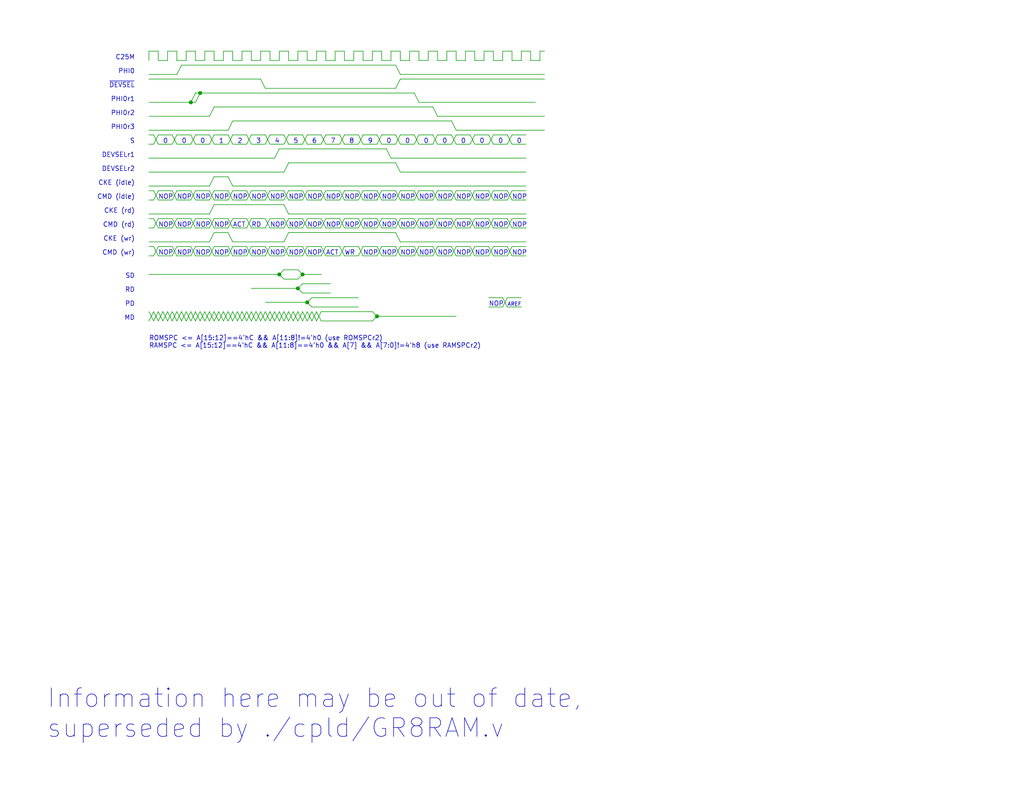
<source format=kicad_sch>
(kicad_sch (version 20230121) (generator eeschema)
  (paper "USLetter")
  (title_block (title "GR8RAM") (date "2021-04-20") (rev "1.9") (company "Garrett's Workshop"))
  (lib_symbols)
  (junction (at 76.2 74.93))
  (junction (at 81.28 78.74))
  (junction (at 52.07 27.94))
  (junction (at 102.87 86.36))
  (junction (at 82.55 74.93))
  (junction (at 83.82 82.55))
  (junction (at 54.61 25.4))
  (wire (pts (xy 92.71 59.69) (xy 93.98 62.23)))
  (wire (pts (xy 78.74 62.23) (xy 82.55 62.23)))
  (wire (pts (xy 101.6 16.51) (xy 101.6 13.97)))
  (wire (pts (xy 139.7 69.85) (xy 143.51 69.85)))
  (wire (pts (xy 118.11 36.83) (xy 119.38 39.37)))
  (wire (pts (xy 58.42 52.07) (xy 62.23 52.07)))
  (wire (pts (xy 118.11 52.07) (xy 119.38 54.61)))
  (wire (pts (xy 44.45 85.09) (xy 45.72 87.63)))
  (wire (pts (xy 52.07 52.07) (xy 53.34 54.61)))
  (wire (pts (xy 99.06 54.61) (xy 102.87 54.61)))
  (wire (pts (xy 139.7 52.07) (xy 143.51 52.07)))
  (wire (pts (xy 62.23 36.83) (xy 63.5 39.37)))
  (wire (pts (xy 46.99 85.09) (xy 48.26 87.63)))
  (wire (pts (xy 58.42 67.31) (xy 62.23 67.31)))
  (wire (pts (xy 77.47 69.85) (xy 78.74 67.31)))
  (wire (pts (xy 87.63 39.37) (xy 88.9 36.83)))
  (wire (pts (xy 52.07 59.69) (xy 53.34 62.23)))
  (wire (pts (xy 83.82 36.83) (xy 87.63 36.83)))
  (wire (pts (xy 77.47 87.63) (xy 78.74 85.09)))
  (wire (pts (xy 99.06 59.69) (xy 102.87 59.69)))
  (wire (pts (xy 78.74 36.83) (xy 82.55 36.83)))
  (wire (pts (xy 60.96 13.97) (xy 63.5 13.97)))
  (wire (pts (xy 57.15 67.31) (xy 58.42 69.85)))
  (wire (pts (xy 107.95 39.37) (xy 109.22 36.83)))
  (wire (pts (xy 97.79 67.31) (xy 99.06 69.85)))
  (wire (pts (xy 63.5 39.37) (xy 67.31 39.37)))
  (wire (pts (xy 123.19 39.37) (xy 124.46 36.83)))
  (wire (pts (xy 93.98 39.37) (xy 97.79 39.37)))
  (wire (pts (xy 67.31 67.31) (xy 68.58 69.85)))
  (wire (pts (xy 132.08 16.51) (xy 132.08 13.97)))
  (wire (pts (xy 102.87 69.85) (xy 104.14 67.31)))
  (wire (pts (xy 52.07 27.94) (xy 53.34 27.94)))
  (wire (pts (xy 123.19 52.07) (xy 124.46 54.61)))
  (wire (pts (xy 58.42 59.69) (xy 62.23 59.69)))
  (wire (pts (xy 128.27 59.69) (xy 129.54 62.23)))
  (wire (pts (xy 83.82 82.55) (xy 72.39 82.55)))
  (wire (pts (xy 57.15 36.83) (xy 58.42 39.37)))
  (wire (pts (xy 138.43 69.85) (xy 139.7 67.31)))
  (wire (pts (xy 114.3 67.31) (xy 118.11 67.31)))
  (wire (pts (xy 58.42 39.37) (xy 62.23 39.37)))
  (wire (pts (xy 106.68 13.97) (xy 109.22 13.97)))
  (wire (pts (xy 133.35 62.23) (xy 134.62 59.69)))
  (wire (pts (xy 72.39 85.09) (xy 73.66 87.63)))
  (wire (pts (xy 71.12 21.59) (xy 72.39 24.13)))
  (wire (pts (xy 104.14 36.83) (xy 107.95 36.83)))
  (wire (pts (xy 58.42 55.88) (xy 77.47 55.88)))
  (wire (pts (xy 58.42 16.51) (xy 60.96 16.51)))
  (wire (pts (xy 87.63 36.83) (xy 88.9 39.37)))
  (wire (pts (xy 82.55 54.61) (xy 83.82 52.07)))
  (wire (pts (xy 82.55 85.09) (xy 83.82 87.63)))
  (wire (pts (xy 40.64 21.59) (xy 71.12 21.59)))
  (wire (pts (xy 72.39 67.31) (xy 73.66 69.85)))
  (wire (pts (xy 72.39 36.83) (xy 73.66 39.37)))
  (wire (pts (xy 83.82 62.23) (xy 87.63 62.23)))
  (wire (pts (xy 43.18 13.97) (xy 40.64 13.97)))
  (wire (pts (xy 92.71 67.31) (xy 93.98 69.85)))
  (wire (pts (xy 53.34 39.37) (xy 57.15 39.37)))
  (wire (pts (xy 46.99 69.85) (xy 48.26 67.31)))
  (wire (pts (xy 81.28 87.63) (xy 82.55 85.09)))
  (wire (pts (xy 82.55 74.93) (xy 87.63 74.93)))
  (wire (pts (xy 53.34 25.4) (xy 54.61 25.4)))
  (wire (pts (xy 45.72 16.51) (xy 43.18 16.51)))
  (wire (pts (xy 41.91 59.69) (xy 43.18 62.23)))
  (wire (pts (xy 63.5 36.83) (xy 67.31 36.83)))
  (wire (pts (xy 58.42 69.85) (xy 62.23 69.85)))
  (wire (pts (xy 77.47 66.04) (xy 78.74 63.5)))
  (wire (pts (xy 77.47 39.37) (xy 78.74 36.83)))
  (wire (pts (xy 107.95 63.5) (xy 109.22 66.04)))
  (wire (pts (xy 57.15 62.23) (xy 58.42 59.69)))
  (wire (pts (xy 85.09 87.63) (xy 86.36 85.09)))
  (wire (pts (xy 50.8 85.09) (xy 52.07 87.63)))
  (wire (pts (xy 139.7 36.83) (xy 143.51 36.83)))
  (wire (pts (xy 111.76 16.51) (xy 111.76 13.97)))
  (wire (pts (xy 127 16.51) (xy 127 13.97)))
  (wire (pts (xy 76.2 40.64) (xy 105.41 40.64)))
  (wire (pts (xy 63.5 54.61) (xy 67.31 54.61)))
  (wire (pts (xy 124.46 52.07) (xy 128.27 52.07)))
  (wire (pts (xy 137.16 13.97) (xy 139.7 13.97)))
  (wire (pts (xy 48.26 20.32) (xy 49.53 17.78)))
  (wire (pts (xy 93.98 54.61) (xy 97.79 54.61)))
  (wire (pts (xy 88.9 52.07) (xy 92.71 52.07)))
  (wire (pts (xy 97.79 59.69) (xy 99.06 62.23)))
  (wire (pts (xy 139.7 67.31) (xy 143.51 67.31)))
  (wire (pts (xy 82.55 67.31) (xy 83.82 69.85)))
  (wire (pts (xy 142.24 13.97) (xy 144.78 13.97)))
  (wire (pts (xy 119.38 39.37) (xy 123.19 39.37)))
  (wire (pts (xy 46.99 59.69) (xy 48.26 62.23)))
  (wire (pts (xy 83.82 16.51) (xy 86.36 16.51)))
  (wire (pts (xy 82.55 39.37) (xy 83.82 36.83)))
  (wire (pts (xy 53.34 85.09) (xy 54.61 87.63)))
  (wire (pts (xy 43.18 59.69) (xy 46.99 59.69)))
  (wire (pts (xy 58.42 54.61) (xy 62.23 54.61)))
  (wire (pts (xy 102.87 36.83) (xy 104.14 39.37)))
  (wire (pts (xy 147.32 13.97) (xy 148.59 13.97)))
  (wire (pts (xy 45.72 16.51) (xy 45.72 13.97)))
  (wire (pts (xy 123.19 54.61) (xy 124.46 52.07)))
  (wire (pts (xy 109.22 66.04) (xy 143.51 66.04)))
  (wire (pts (xy 57.15 50.8) (xy 40.64 50.8)))
  (wire (pts (xy 50.8 16.51) (xy 50.8 13.97)))
  (wire (pts (xy 129.54 54.61) (xy 133.35 54.61)))
  (wire (pts (xy 50.8 13.97) (xy 53.34 13.97)))
  (wire (pts (xy 83.82 67.31) (xy 87.63 67.31)))
  (wire (pts (xy 58.42 85.09) (xy 59.69 87.63)))
  (wire (pts (xy 87.63 54.61) (xy 88.9 52.07)))
  (wire (pts (xy 62.23 59.69) (xy 63.5 62.23)))
  (wire (pts (xy 63.5 13.97) (xy 63.5 16.51)))
  (wire (pts (xy 138.43 39.37) (xy 139.7 36.83)))
  (wire (pts (xy 73.66 59.69) (xy 77.47 59.69)))
  (wire (pts (xy 43.18 54.61) (xy 46.99 54.61)))
  (wire (pts (xy 52.07 69.85) (xy 53.34 67.31)))
  (wire (pts (xy 128.27 62.23) (xy 129.54 59.69)))
  (wire (pts (xy 82.55 36.83) (xy 83.82 39.37)))
  (wire (pts (xy 104.14 67.31) (xy 107.95 67.31)))
  (wire (pts (xy 85.09 81.28) (xy 97.79 81.28)))
  (wire (pts (xy 52.07 36.83) (xy 53.34 39.37)))
  (wire (pts (xy 69.85 87.63) (xy 71.12 85.09)))
  (wire (pts (xy 97.79 39.37) (xy 99.06 36.83)))
  (wire (pts (xy 133.35 67.31) (xy 134.62 69.85)))
  (wire (pts (xy 129.54 52.07) (xy 133.35 52.07)))
  (wire (pts (xy 82.55 69.85) (xy 83.82 67.31)))
  (wire (pts (xy 83.82 82.55) (xy 85.09 83.82)))
  (wire (pts (xy 88.9 67.31) (xy 92.71 67.31)))
  (wire (pts (xy 128.27 36.83) (xy 129.54 39.37)))
  (wire (pts (xy 71.12 87.63) (xy 72.39 85.09)))
  (wire (pts (xy 97.79 69.85) (xy 99.06 67.31)))
  (wire (pts (xy 119.38 13.97) (xy 119.38 16.51)))
  (wire (pts (xy 119.38 69.85) (xy 123.19 69.85)))
  (wire (pts (xy 104.14 39.37) (xy 107.95 39.37)))
  (wire (pts (xy 52.07 87.63) (xy 53.34 85.09)))
  (wire (pts (xy 99.06 67.31) (xy 102.87 67.31)))
  (wire (pts (xy 97.79 36.83) (xy 99.06 39.37)))
  (wire (pts (xy 102.87 62.23) (xy 104.14 59.69)))
  (wire (pts (xy 107.95 62.23) (xy 109.22 59.69)))
  (wire (pts (xy 44.45 87.63) (xy 45.72 85.09)))
  (wire (pts (xy 78.74 52.07) (xy 82.55 52.07)))
  (wire (pts (xy 92.71 39.37) (xy 93.98 36.83)))
  (wire (pts (xy 109.22 52.07) (xy 113.03 52.07)))
  (wire (pts (xy 53.34 36.83) (xy 57.15 36.83)))
  (wire (pts (xy 86.36 87.63) (xy 87.63 85.09)))
  (wire (pts (xy 104.14 13.97) (xy 104.14 16.51)))
  (wire (pts (xy 93.98 67.31) (xy 97.79 67.31)))
  (wire (pts (xy 81.28 85.09) (xy 82.55 87.63)))
  (wire (pts (xy 41.91 85.09) (xy 43.18 87.63)))
  (wire (pts (xy 54.61 85.09) (xy 55.88 87.63)))
  (wire (pts (xy 53.34 16.51) (xy 55.88 16.51)))
  (wire (pts (xy 129.54 59.69) (xy 133.35 59.69)))
  (wire (pts (xy 78.74 63.5) (xy 107.95 63.5)))
  (wire (pts (xy 118.11 69.85) (xy 119.38 67.31)))
  (wire (pts (xy 40.64 31.75) (xy 57.15 31.75)))
  (wire (pts (xy 129.54 36.83) (xy 133.35 36.83)))
  (wire (pts (xy 68.58 54.61) (xy 72.39 54.61)))
  (wire (pts (xy 40.64 16.51) (xy 40.64 13.97)))
  (wire (pts (xy 116.84 13.97) (xy 119.38 13.97)))
  (wire (pts (xy 138.43 52.07) (xy 139.7 54.61)))
  (wire (pts (xy 92.71 62.23) (xy 93.98 59.69)))
  (wire (pts (xy 43.18 85.09) (xy 44.45 87.63)))
  (wire (pts (xy 78.74 16.51) (xy 81.28 16.51)))
  (wire (pts (xy 68.58 39.37) (xy 72.39 39.37)))
  (wire (pts (xy 46.99 36.83) (xy 48.26 39.37)))
  (wire (pts (xy 133.35 83.82) (xy 137.16 83.82)))
  (wire (pts (xy 62.23 85.09) (xy 63.5 87.63)))
  (wire (pts (xy 48.26 16.51) (xy 48.26 13.97)))
  (wire (pts (xy 41.91 52.07) (xy 43.18 54.61)))
  (wire (pts (xy 147.32 16.51) (xy 147.32 13.97)))
  (wire (pts (xy 76.2 16.51) (xy 76.2 13.97)))
  (wire (pts (xy 144.78 13.97) (xy 144.78 16.51)))
  (wire (pts (xy 124.46 35.56) (xy 148.59 35.56)))
  (wire (pts (xy 97.79 54.61) (xy 99.06 52.07)))
  (wire (pts (xy 83.82 54.61) (xy 87.63 54.61)))
  (wire (pts (xy 77.47 54.61) (xy 78.74 52.07)))
  (wire (pts (xy 81.28 78.74) (xy 82.55 80.01)))
  (wire (pts (xy 82.55 59.69) (xy 83.82 62.23)))
  (wire (pts (xy 67.31 36.83) (xy 68.58 39.37)))
  (wire (pts (xy 119.38 54.61) (xy 123.19 54.61)))
  (wire (pts (xy 73.66 36.83) (xy 77.47 36.83)))
  (wire (pts (xy 78.74 44.45) (xy 107.95 44.45)))
  (wire (pts (xy 88.9 36.83) (xy 92.71 36.83)))
  (wire (pts (xy 58.42 63.5) (xy 62.23 63.5)))
  (wire (pts (xy 129.54 69.85) (xy 133.35 69.85)))
  (wire (pts (xy 121.92 13.97) (xy 124.46 13.97)))
  (wire (pts (xy 87.63 62.23) (xy 88.9 59.69)))
  (wire (pts (xy 69.85 85.09) (xy 71.12 87.63)))
  (wire (pts (xy 107.95 17.78) (xy 109.22 20.32)))
  (wire (pts (xy 52.07 85.09) (xy 53.34 87.63)))
  (wire (pts (xy 57.15 54.61) (xy 58.42 52.07)))
  (wire (pts (xy 53.34 59.69) (xy 57.15 59.69)))
  (wire (pts (xy 50.8 16.51) (xy 48.26 16.51)))
  (wire (pts (xy 93.98 16.51) (xy 96.52 16.51)))
  (wire (pts (xy 58.42 29.21) (xy 118.11 29.21)))
  (wire (pts (xy 133.35 69.85) (xy 134.62 67.31)))
  (wire (pts (xy 104.14 52.07) (xy 107.95 52.07)))
  (wire (pts (xy 113.03 62.23) (xy 114.3 59.69)))
  (wire (pts (xy 138.43 54.61) (xy 139.7 52.07)))
  (wire (pts (xy 118.11 39.37) (xy 119.38 36.83)))
  (wire (pts (xy 67.31 52.07) (xy 68.58 54.61)))
  (wire (pts (xy 81.28 16.51) (xy 81.28 13.97)))
  (wire (pts (xy 139.7 62.23) (xy 143.51 62.23)))
  (wire (pts (xy 132.08 13.97) (xy 134.62 13.97)))
  (wire (pts (xy 134.62 59.69) (xy 138.43 59.69)))
  (wire (pts (xy 119.38 36.83) (xy 123.19 36.83)))
  (wire (pts (xy 50.8 87.63) (xy 52.07 85.09)))
  (wire (pts (xy 99.06 62.23) (xy 102.87 62.23)))
  (wire (pts (xy 102.87 54.61) (xy 104.14 52.07)))
  (wire (pts (xy 71.12 85.09) (xy 72.39 87.63)))
  (wire (pts (xy 52.07 67.31) (xy 53.34 69.85)))
  (wire (pts (xy 105.41 40.64) (xy 106.68 43.18)))
  (wire (pts (xy 127 13.97) (xy 129.54 13.97)))
  (wire (pts (xy 63.5 62.23) (xy 67.31 62.23)))
  (wire (pts (xy 63.5 16.51) (xy 66.04 16.51)))
  (wire (pts (xy 40.64 43.18) (xy 74.93 43.18)))
  (wire (pts (xy 45.72 85.09) (xy 46.99 87.63)))
  (wire (pts (xy 74.93 87.63) (xy 76.2 85.09)))
  (wire (pts (xy 134.62 16.51) (xy 137.16 16.51)))
  (wire (pts (xy 41.91 62.23) (xy 40.64 62.23)))
  (wire (pts (xy 113.03 25.4) (xy 114.3 27.94)))
  (wire (pts (xy 102.87 86.36) (xy 124.46 86.36)))
  (wire (pts (xy 76.2 87.63) (xy 77.47 85.09)))
  (wire (pts (xy 87.63 67.31) (xy 88.9 69.85)))
  (wire (pts (xy 57.15 87.63) (xy 58.42 85.09)))
  (wire (pts (xy 64.77 87.63) (xy 66.04 85.09)))
  (wire (pts (xy 82.55 52.07) (xy 83.82 54.61)))
  (wire (pts (xy 85.09 81.28) (xy 83.82 82.55)))
  (wire (pts (xy 134.62 69.85) (xy 138.43 69.85)))
  (wire (pts (xy 63.5 33.02) (xy 123.19 33.02)))
  (wire (pts (xy 41.91 54.61) (xy 40.64 54.61)))
  (wire (pts (xy 41.91 69.85) (xy 40.64 69.85)))
  (wire (pts (xy 133.35 54.61) (xy 134.62 52.07)))
  (wire (pts (xy 68.58 36.83) (xy 72.39 36.83)))
  (wire (pts (xy 57.15 31.75) (xy 58.42 29.21)))
  (wire (pts (xy 138.43 83.82) (xy 142.24 83.82)))
  (wire (pts (xy 93.98 62.23) (xy 97.79 62.23)))
  (wire (pts (xy 48.26 67.31) (xy 52.07 67.31)))
  (wire (pts (xy 118.11 54.61) (xy 119.38 52.07)))
  (wire (pts (xy 123.19 67.31) (xy 124.46 69.85)))
  (wire (pts (xy 40.64 74.93) (xy 76.2 74.93)))
  (wire (pts (xy 124.46 62.23) (xy 128.27 62.23)))
  (wire (pts (xy 82.55 80.01) (xy 90.17 80.01)))
  (wire (pts (xy 114.3 13.97) (xy 114.3 16.51)))
  (wire (pts (xy 68.58 69.85) (xy 72.39 69.85)))
  (wire (pts (xy 60.96 87.63) (xy 62.23 85.09)))
  (wire (pts (xy 48.26 36.83) (xy 52.07 36.83)))
  (wire (pts (xy 119.38 31.75) (xy 148.59 31.75)))
  (wire (pts (xy 119.38 59.69) (xy 123.19 59.69)))
  (wire (pts (xy 49.53 87.63) (xy 50.8 85.09)))
  (wire (pts (xy 133.35 39.37) (xy 134.62 36.83)))
  (wire (pts (xy 77.47 76.2) (xy 81.28 76.2)))
  (wire (pts (xy 86.36 85.09) (xy 87.63 87.63)))
  (wire (pts (xy 58.42 87.63) (xy 59.69 85.09)))
  (wire (pts (xy 87.63 87.63) (xy 101.6 87.63)))
  (wire (pts (xy 76.2 74.93) (xy 77.47 76.2)))
  (wire (pts (xy 46.99 52.07) (xy 48.26 54.61)))
  (wire (pts (xy 73.66 69.85) (xy 77.47 69.85)))
  (wire (pts (xy 58.42 36.83) (xy 62.23 36.83)))
  (wire (pts (xy 78.74 39.37) (xy 82.55 39.37)))
  (wire (pts (xy 87.63 52.07) (xy 88.9 54.61)))
  (wire (pts (xy 54.61 87.63) (xy 55.88 85.09)))
  (wire (pts (xy 144.78 16.51) (xy 147.32 16.51)))
  (wire (pts (xy 49.53 85.09) (xy 50.8 87.63)))
  (wire (pts (xy 46.99 87.63) (xy 48.26 85.09)))
  (wire (pts (xy 41.91 52.07) (xy 40.64 52.07)))
  (wire (pts (xy 109.22 20.32) (xy 148.59 20.32)))
  (wire (pts (xy 53.34 13.97) (xy 53.34 16.51)))
  (wire (pts (xy 114.3 62.23) (xy 118.11 62.23)))
  (wire (pts (xy 54.61 25.4) (xy 113.03 25.4)))
  (wire (pts (xy 67.31 59.69) (xy 68.58 62.23)))
  (wire (pts (xy 46.99 54.61) (xy 48.26 52.07)))
  (wire (pts (xy 77.47 67.31) (xy 78.74 69.85)))
  (wire (pts (xy 92.71 36.83) (xy 93.98 39.37)))
  (wire (pts (xy 57.15 58.42) (xy 58.42 55.88)))
  (wire (pts (xy 134.62 62.23) (xy 138.43 62.23)))
  (wire (pts (xy 41.91 69.85) (xy 43.18 67.31)))
  (wire (pts (xy 67.31 54.61) (xy 68.58 52.07)))
  (wire (pts (xy 123.19 62.23) (xy 124.46 59.69)))
  (wire (pts (xy 88.9 59.69) (xy 92.71 59.69)))
  (wire (pts (xy 57.15 59.69) (xy 58.42 62.23)))
  (wire (pts (xy 40.64 20.32) (xy 48.26 20.32)))
  (wire (pts (xy 99.06 69.85) (xy 102.87 69.85)))
  (wire (pts (xy 41.91 36.83) (xy 43.18 39.37)))
  (wire (pts (xy 142.24 16.51) (xy 142.24 13.97)))
  (wire (pts (xy 48.26 69.85) (xy 52.07 69.85)))
  (wire (pts (xy 134.62 52.07) (xy 138.43 52.07)))
  (wire (pts (xy 124.46 16.51) (xy 127 16.51)))
  (wire (pts (xy 78.74 59.69) (xy 82.55 59.69)))
  (wire (pts (xy 78.74 85.09) (xy 80.01 87.63)))
  (wire (pts (xy 137.16 83.82) (xy 138.43 81.28)))
  (wire (pts (xy 73.66 13.97) (xy 73.66 16.51)))
  (wire (pts (xy 88.9 39.37) (xy 92.71 39.37)))
  (wire (pts (xy 57.15 66.04) (xy 40.64 66.04)))
  (wire (pts (xy 72.39 87.63) (xy 73.66 85.09)))
  (wire (pts (xy 139.7 54.61) (xy 143.51 54.61)))
  (wire (pts (xy 66.04 13.97) (xy 68.58 13.97)))
  (wire (pts (xy 81.28 78.74) (xy 68.58 78.74)))
  (wire (pts (xy 123.19 33.02) (xy 124.46 35.56)))
  (wire (pts (xy 72.39 52.07) (xy 73.66 54.61)))
  (wire (pts (xy 124.46 67.31) (xy 128.27 67.31)))
  (wire (pts (xy 57.15 66.04) (xy 58.42 63.5)))
  (wire (pts (xy 68.58 13.97) (xy 68.58 16.51)))
  (wire (pts (xy 91.44 13.97) (xy 93.98 13.97)))
  (wire (pts (xy 109.22 67.31) (xy 113.03 67.31)))
  (wire (pts (xy 104.14 54.61) (xy 107.95 54.61)))
  (wire (pts (xy 67.31 39.37) (xy 68.58 36.83)))
  (wire (pts (xy 43.18 69.85) (xy 46.99 69.85)))
  (wire (pts (xy 43.18 52.07) (xy 46.99 52.07)))
  (wire (pts (xy 114.3 39.37) (xy 118.11 39.37)))
  (wire (pts (xy 48.26 85.09) (xy 49.53 87.63)))
  (wire (pts (xy 81.28 73.66) (xy 77.47 73.66)))
  (wire (pts (xy 93.98 69.85) (xy 97.79 69.85)))
  (wire (pts (xy 133.35 81.28) (xy 137.16 81.28)))
  (wire (pts (xy 77.47 36.83) (xy 78.74 39.37)))
  (wire (pts (xy 62.23 67.31) (xy 63.5 69.85)))
  (wire (pts (xy 83.82 13.97) (xy 83.82 16.51)))
  (wire (pts (xy 102.87 59.69) (xy 104.14 62.23)))
  (wire (pts (xy 113.03 67.31) (xy 114.3 69.85)))
  (wire (pts (xy 113.03 54.61) (xy 114.3 52.07)))
  (wire (pts (xy 129.54 39.37) (xy 133.35 39.37)))
  (wire (pts (xy 41.91 62.23) (xy 43.18 59.69)))
  (wire (pts (xy 74.93 85.09) (xy 76.2 87.63)))
  (wire (pts (xy 121.92 16.51) (xy 121.92 13.97)))
  (wire (pts (xy 41.91 54.61) (xy 43.18 52.07)))
  (wire (pts (xy 109.22 13.97) (xy 109.22 16.51)))
  (wire (pts (xy 73.66 87.63) (xy 74.93 85.09)))
  (wire (pts (xy 74.93 43.18) (xy 76.2 40.64)))
  (wire (pts (xy 63.5 59.69) (xy 67.31 59.69)))
  (wire (pts (xy 109.22 69.85) (xy 113.03 69.85)))
  (wire (pts (xy 62.23 48.26) (xy 63.5 50.8)))
  (wire (pts (xy 41.91 59.69) (xy 40.64 59.69)))
  (wire (pts (xy 67.31 69.85) (xy 68.58 67.31)))
  (wire (pts (xy 77.47 52.07) (xy 78.74 54.61)))
  (wire (pts (xy 96.52 16.51) (xy 96.52 13.97)))
  (wire (pts (xy 92.71 54.61) (xy 93.98 52.07)))
  (wire (pts (xy 113.03 69.85) (xy 114.3 67.31)))
  (wire (pts (xy 76.2 85.09) (xy 77.47 87.63)))
  (wire (pts (xy 119.38 52.07) (xy 123.19 52.07)))
  (wire (pts (xy 81.28 13.97) (xy 83.82 13.97)))
  (wire (pts (xy 97.79 52.07) (xy 99.06 54.61)))
  (wire (pts (xy 88.9 69.85) (xy 92.71 69.85)))
  (wire (pts (xy 58.42 48.26) (xy 62.23 48.26)))
  (wire (pts (xy 109.22 59.69) (xy 113.03 59.69)))
  (wire (pts (xy 133.35 52.07) (xy 134.62 54.61)))
  (wire (pts (xy 85.09 85.09) (xy 86.36 87.63)))
  (wire (pts (xy 77.47 55.88) (xy 78.74 58.42)))
  (wire (pts (xy 73.66 62.23) (xy 77.47 62.23)))
  (wire (pts (xy 109.22 46.99) (xy 143.51 46.99)))
  (wire (pts (xy 82.55 77.47) (xy 90.17 77.47)))
  (wire (pts (xy 71.12 13.97) (xy 73.66 13.97)))
  (wire (pts (xy 118.11 67.31) (xy 119.38 69.85)))
  (wire (pts (xy 78.74 58.42) (xy 143.51 58.42)))
  (wire (pts (xy 129.54 16.51) (xy 132.08 16.51)))
  (wire (pts (xy 72.39 24.13) (xy 107.95 24.13)))
  (wire (pts (xy 62.23 62.23) (xy 63.5 59.69)))
  (wire (pts (xy 57.15 50.8) (xy 58.42 48.26)))
  (wire (pts (xy 116.84 16.51) (xy 116.84 13.97)))
  (wire (pts (xy 80.01 85.09) (xy 81.28 87.63)))
  (wire (pts (xy 107.95 36.83) (xy 109.22 39.37)))
  (wire (pts (xy 63.5 67.31) (xy 67.31 67.31)))
  (wire (pts (xy 57.15 39.37) (xy 58.42 36.83)))
  (wire (pts (xy 59.69 87.63) (xy 60.96 85.09)))
  (wire (pts (xy 62.23 39.37) (xy 63.5 36.83)))
  (wire (pts (xy 78.74 54.61) (xy 82.55 54.61)))
  (wire (pts (xy 124.46 54.61) (xy 128.27 54.61)))
  (wire (pts (xy 85.09 83.82) (xy 97.79 83.82)))
  (wire (pts (xy 99.06 52.07) (xy 102.87 52.07)))
  (wire (pts (xy 43.18 67.31) (xy 46.99 67.31)))
  (wire (pts (xy 138.43 81.28) (xy 142.24 81.28)))
  (wire (pts (xy 67.31 87.63) (xy 68.58 85.09)))
  (wire (pts (xy 53.34 67.31) (xy 57.15 67.31)))
  (wire (pts (xy 72.39 62.23) (xy 73.66 59.69)))
  (wire (pts (xy 59.69 85.09) (xy 60.96 87.63)))
  (wire (pts (xy 118.11 62.23) (xy 119.38 59.69)))
  (wire (pts (xy 71.12 16.51) (xy 71.12 13.97)))
  (wire (pts (xy 72.39 59.69) (xy 73.66 62.23)))
  (wire (pts (xy 73.66 52.07) (xy 77.47 52.07)))
  (wire (pts (xy 128.27 54.61) (xy 129.54 52.07)))
  (wire (pts (xy 113.03 39.37) (xy 114.3 36.83)))
  (wire (pts (xy 138.43 67.31) (xy 139.7 69.85)))
  (wire (pts (xy 55.88 13.97) (xy 58.42 13.97)))
  (wire (pts (xy 99.06 36.83) (xy 102.87 36.83)))
  (wire (pts (xy 80.01 87.63) (xy 81.28 85.09)))
  (wire (pts (xy 99.06 16.51) (xy 101.6 16.51)))
  (wire (pts (xy 114.3 27.94) (xy 146.05 27.94)))
  (wire (pts (xy 109.22 36.83) (xy 113.03 36.83)))
  (wire (pts (xy 137.16 81.28) (xy 138.43 83.82)))
  (wire (pts (xy 48.26 87.63) (xy 49.53 85.09)))
  (wire (pts (xy 134.62 67.31) (xy 138.43 67.31)))
  (wire (pts (xy 41.91 87.63) (xy 43.18 85.09)))
  (wire (pts (xy 48.26 62.23) (xy 52.07 62.23)))
  (wire (pts (xy 43.18 36.83) (xy 46.99 36.83)))
  (wire (pts (xy 139.7 13.97) (xy 139.7 16.51)))
  (wire (pts (xy 113.03 52.07) (xy 114.3 54.61)))
  (wire (pts (xy 57.15 85.09) (xy 58.42 87.63)))
  (wire (pts (xy 102.87 67.31) (xy 104.14 69.85)))
  (wire (pts (xy 114.3 52.07) (xy 118.11 52.07)))
  (wire (pts (xy 77.47 85.09) (xy 78.74 87.63)))
  (wire (pts (xy 128.27 39.37) (xy 129.54 36.83)))
  (wire (pts (xy 63.5 87.63) (xy 64.77 85.09)))
  (wire (pts (xy 68.58 16.51) (xy 71.12 16.51)))
  (wire (pts (xy 72.39 54.61) (xy 73.66 52.07)))
  (wire (pts (xy 82.55 77.47) (xy 81.28 78.74)))
  (wire (pts (xy 73.66 67.31) (xy 77.47 67.31)))
  (wire (pts (xy 129.54 13.97) (xy 129.54 16.51)))
  (wire (pts (xy 63.5 66.04) (xy 77.47 66.04)))
  (wire (pts (xy 133.35 59.69) (xy 134.62 62.23)))
  (wire (pts (xy 107.95 24.13) (xy 109.22 21.59)))
  (wire (pts (xy 124.46 59.69) (xy 128.27 59.69)))
  (wire (pts (xy 48.26 52.07) (xy 52.07 52.07)))
  (wire (pts (xy 109.22 54.61) (xy 113.03 54.61)))
  (wire (pts (xy 48.26 59.69) (xy 52.07 59.69)))
  (wire (pts (xy 101.6 85.09) (xy 102.87 86.36)))
  (wire (pts (xy 87.63 85.09) (xy 101.6 85.09)))
  (wire (pts (xy 43.18 39.37) (xy 46.99 39.37)))
  (wire (pts (xy 107.95 67.31) (xy 109.22 69.85)))
  (wire (pts (xy 92.71 52.07) (xy 93.98 54.61)))
  (wire (pts (xy 93.98 13.97) (xy 93.98 16.51)))
  (wire (pts (xy 107.95 52.07) (xy 109.22 54.61)))
  (wire (pts (xy 64.77 85.09) (xy 66.04 87.63)))
  (wire (pts (xy 114.3 59.69) (xy 118.11 59.69)))
  (wire (pts (xy 40.64 58.42) (xy 57.15 58.42)))
  (wire (pts (xy 106.68 43.18) (xy 143.51 43.18)))
  (wire (pts (xy 68.58 62.23) (xy 72.39 62.23)))
  (wire (pts (xy 133.35 36.83) (xy 134.62 39.37)))
  (wire (pts (xy 46.99 39.37) (xy 48.26 36.83)))
  (wire (pts (xy 49.53 17.78) (xy 107.95 17.78)))
  (wire (pts (xy 113.03 36.83) (xy 114.3 39.37)))
  (wire (pts (xy 40.64 46.99) (xy 77.47 46.99)))
  (wire (pts (xy 134.62 39.37) (xy 138.43 39.37)))
  (wire (pts (xy 109.22 21.59) (xy 148.59 21.59)))
  (wire (pts (xy 88.9 13.97) (xy 88.9 16.51)))
  (wire (pts (xy 93.98 52.07) (xy 97.79 52.07)))
  (wire (pts (xy 82.55 62.23) (xy 83.82 59.69)))
  (wire (pts (xy 55.88 16.51) (xy 55.88 13.97)))
  (wire (pts (xy 78.74 67.31) (xy 82.55 67.31)))
  (wire (pts (xy 68.58 52.07) (xy 72.39 52.07)))
  (wire (pts (xy 76.2 13.97) (xy 78.74 13.97)))
  (wire (pts (xy 128.27 67.31) (xy 129.54 69.85)))
  (wire (pts (xy 83.82 85.09) (xy 85.09 87.63)))
  (wire (pts (xy 40.64 35.56) (xy 62.23 35.56)))
  (wire (pts (xy 68.58 87.63) (xy 69.85 85.09)))
  (wire (pts (xy 45.72 87.63) (xy 46.99 85.09)))
  (wire (pts (xy 102.87 52.07) (xy 104.14 54.61)))
  (wire (pts (xy 40.64 87.63) (xy 41.91 85.09)))
  (wire (pts (xy 99.06 39.37) (xy 102.87 39.37)))
  (wire (pts (xy 92.71 69.85) (xy 93.98 67.31)))
  (wire (pts (xy 93.98 59.69) (xy 97.79 59.69)))
  (wire (pts (xy 46.99 67.31) (xy 48.26 69.85)))
  (wire (pts (xy 58.42 13.97) (xy 58.42 16.51)))
  (wire (pts (xy 106.68 16.51) (xy 106.68 13.97)))
  (wire (pts (xy 52.07 62.23) (xy 53.34 59.69)))
  (wire (pts (xy 48.26 39.37) (xy 52.07 39.37)))
  (wire (pts (xy 109.22 39.37) (xy 113.03 39.37)))
  (wire (pts (xy 109.22 16.51) (xy 111.76 16.51)))
  (wire (pts (xy 62.23 63.5) (xy 63.5 66.04)))
  (wire (pts (xy 104.14 69.85) (xy 107.95 69.85)))
  (wire (pts (xy 129.54 67.31) (xy 133.35 67.31)))
  (wire (pts (xy 86.36 16.51) (xy 86.36 13.97)))
  (wire (pts (xy 73.66 54.61) (xy 77.47 54.61)))
  (wire (pts (xy 67.31 62.23) (xy 68.58 59.69)))
  (wire (pts (xy 62.23 69.85) (xy 63.5 67.31)))
  (wire (pts (xy 81.28 76.2) (xy 82.55 74.93)))
  (wire (pts (xy 57.15 52.07) (xy 58.42 54.61)))
  (wire (pts (xy 123.19 69.85) (xy 124.46 67.31)))
  (wire (pts (xy 82.55 87.63) (xy 83.82 85.09)))
  (wire (pts (xy 128.27 69.85) (xy 129.54 67.31)))
  (wire (pts (xy 77.47 59.69) (xy 78.74 62.23)))
  (wire (pts (xy 41.91 39.37) (xy 43.18 36.83)))
  (wire (pts (xy 63.5 52.07) (xy 67.31 52.07)))
  (wire (pts (xy 66.04 87.63) (xy 67.31 85.09)))
  (wire (pts (xy 66.04 13.97) (xy 66.04 16.51)))
  (wire (pts (xy 63.5 50.8) (xy 143.51 50.8)))
  (wire (pts (xy 86.36 13.97) (xy 88.9 13.97)))
  (wire (pts (xy 83.82 52.07) (xy 87.63 52.07)))
  (wire (pts (xy 55.88 87.63) (xy 57.15 85.09)))
  (wire (pts (xy 114.3 69.85) (xy 118.11 69.85)))
  (wire (pts (xy 83.82 69.85) (xy 87.63 69.85)))
  (wire (pts (xy 62.23 35.56) (xy 63.5 33.02)))
  (wire (pts (xy 119.38 16.51) (xy 121.92 16.51)))
  (wire (pts (xy 41.91 39.37) (xy 40.64 39.37)))
  (wire (pts (xy 60.96 16.51) (xy 60.96 13.97)))
  (wire (pts (xy 118.11 29.21) (xy 119.38 31.75)))
  (wire (pts (xy 134.62 13.97) (xy 134.62 16.51)))
  (wire (pts (xy 111.76 13.97) (xy 114.3 13.97)))
  (wire (pts (xy 129.54 62.23) (xy 133.35 62.23)))
  (wire (pts (xy 119.38 62.23) (xy 123.19 62.23)))
  (wire (pts (xy 123.19 36.83) (xy 124.46 39.37)))
  (wire (pts (xy 107.95 44.45) (xy 109.22 46.99)))
  (wire (pts (xy 119.38 67.31) (xy 123.19 67.31)))
  (wire (pts (xy 68.58 59.69) (xy 72.39 59.69)))
  (wire (pts (xy 53.34 87.63) (xy 54.61 85.09)))
  (wire (pts (xy 124.46 36.83) (xy 128.27 36.83)))
  (wire (pts (xy 53.34 69.85) (xy 57.15 69.85)))
  (wire (pts (xy 43.18 16.51) (xy 43.18 13.97)))
  (wire (pts (xy 73.66 16.51) (xy 76.2 16.51)))
  (wire (pts (xy 78.74 69.85) (xy 82.55 69.85)))
  (wire (pts (xy 48.26 13.97) (xy 45.72 13.97)))
  (wire (pts (xy 114.3 36.83) (xy 118.11 36.83)))
  (wire (pts (xy 88.9 54.61) (xy 92.71 54.61)))
  (wire (pts (xy 72.39 39.37) (xy 73.66 36.83)))
  (wire (pts (xy 60.96 85.09) (xy 62.23 87.63)))
  (wire (pts (xy 88.9 62.23) (xy 92.71 62.23)))
  (wire (pts (xy 91.44 16.51) (xy 91.44 13.97)))
  (wire (pts (xy 57.15 69.85) (xy 58.42 67.31)))
  (wire (pts (xy 83.82 39.37) (xy 87.63 39.37)))
  (wire (pts (xy 53.34 54.61) (xy 57.15 54.61)))
  (wire (pts (xy 104.14 16.51) (xy 106.68 16.51)))
  (wire (pts (xy 53.34 52.07) (xy 57.15 52.07)))
  (wire (pts (xy 78.74 87.63) (xy 80.01 85.09)))
  (wire (pts (xy 139.7 16.51) (xy 142.24 16.51)))
  (wire (pts (xy 72.39 69.85) (xy 73.66 67.31)))
  (wire (pts (xy 83.82 87.63) (xy 85.09 85.09)))
  (wire (pts (xy 101.6 87.63) (xy 102.87 86.36)))
  (wire (pts (xy 93.98 36.83) (xy 97.79 36.83)))
  (wire (pts (xy 87.63 69.85) (xy 88.9 67.31)))
  (wire (pts (xy 102.87 39.37) (xy 104.14 36.83)))
  (wire (pts (xy 53.34 27.94) (xy 54.61 25.4)))
  (wire (pts (xy 46.99 62.23) (xy 48.26 59.69)))
  (wire (pts (xy 124.46 39.37) (xy 128.27 39.37)))
  (wire (pts (xy 114.3 16.51) (xy 116.84 16.51)))
  (wire (pts (xy 40.64 27.94) (xy 52.07 27.94)))
  (wire (pts (xy 41.91 67.31) (xy 40.64 67.31)))
  (wire (pts (xy 78.74 13.97) (xy 78.74 16.51)))
  (wire (pts (xy 63.5 85.09) (xy 64.77 87.63)))
  (wire (pts (xy 67.31 85.09) (xy 68.58 87.63)))
  (wire (pts (xy 52.07 54.61) (xy 53.34 52.07)))
  (wire (pts (xy 138.43 59.69) (xy 139.7 62.23)))
  (wire (pts (xy 76.2 74.93) (xy 77.47 73.66)))
  (wire (pts (xy 52.07 27.94) (xy 53.34 25.4)))
  (wire (pts (xy 52.07 39.37) (xy 53.34 36.83)))
  (wire (pts (xy 107.95 59.69) (xy 109.22 62.23)))
  (wire (pts (xy 83.82 59.69) (xy 87.63 59.69)))
  (wire (pts (xy 73.66 85.09) (xy 74.93 87.63)))
  (wire (pts (xy 73.66 39.37) (xy 77.47 39.37)))
  (wire (pts (xy 77.47 46.99) (xy 78.74 44.45)))
  (wire (pts (xy 62.23 87.63) (xy 63.5 85.09)))
  (wire (pts (xy 123.19 59.69) (xy 124.46 62.23)))
  (wire (pts (xy 43.18 87.63) (xy 44.45 85.09)))
  (wire (pts (xy 101.6 13.97) (xy 104.14 13.97)))
  (wire (pts (xy 138.43 62.23) (xy 139.7 59.69)))
  (wire (pts (xy 43.18 62.23) (xy 46.99 62.23)))
  (wire (pts (xy 104.14 59.69) (xy 107.95 59.69)))
  (wire (pts (xy 139.7 39.37) (xy 143.51 39.37)))
  (wire (pts (xy 99.06 13.97) (xy 99.06 16.51)))
  (wire (pts (xy 62.23 54.61) (xy 63.5 52.07)))
  (wire (pts (xy 113.03 59.69) (xy 114.3 62.23)))
  (wire (pts (xy 134.62 54.61) (xy 138.43 54.61)))
  (wire (pts (xy 139.7 59.69) (xy 143.51 59.69)))
  (wire (pts (xy 107.95 69.85) (xy 109.22 67.31)))
  (wire (pts (xy 87.63 59.69) (xy 88.9 62.23)))
  (wire (pts (xy 134.62 36.83) (xy 138.43 36.83)))
  (wire (pts (xy 109.22 62.23) (xy 113.03 62.23)))
  (wire (pts (xy 138.43 36.83) (xy 139.7 39.37)))
  (wire (pts (xy 66.04 85.09) (xy 67.31 87.63)))
  (wire (pts (xy 137.16 16.51) (xy 137.16 13.97)))
  (wire (pts (xy 128.27 52.07) (xy 129.54 54.61)))
  (wire (pts (xy 63.5 69.85) (xy 67.31 69.85)))
  (wire (pts (xy 104.14 62.23) (xy 107.95 62.23)))
  (wire (pts (xy 62.23 52.07) (xy 63.5 54.61)))
  (wire (pts (xy 58.42 62.23) (xy 62.23 62.23)))
  (wire (pts (xy 124.46 69.85) (xy 128.27 69.85)))
  (wire (pts (xy 41.91 67.31) (xy 43.18 69.85)))
  (wire (pts (xy 81.28 73.66) (xy 82.55 74.93)))
  (wire (pts (xy 77.47 62.23) (xy 78.74 59.69)))
  (wire (pts (xy 48.26 54.61) (xy 52.07 54.61)))
  (wire (pts (xy 40.64 85.09) (xy 41.91 87.63)))
  (wire (pts (xy 96.52 13.97) (xy 99.06 13.97)))
  (wire (pts (xy 118.11 59.69) (xy 119.38 62.23)))
  (wire (pts (xy 41.91 36.83) (xy 40.64 36.83)))
  (wire (pts (xy 88.9 16.51) (xy 91.44 16.51)))
  (wire (pts (xy 68.58 85.09) (xy 69.85 87.63)))
  (wire (pts (xy 124.46 13.97) (xy 124.46 16.51)))
  (wire (pts (xy 68.58 67.31) (xy 72.39 67.31)))
  (wire (pts (xy 53.34 62.23) (xy 57.15 62.23)))
  (wire (pts (xy 114.3 54.61) (xy 118.11 54.61)))
  (wire (pts (xy 107.95 54.61) (xy 109.22 52.07)))
  (wire (pts (xy 55.88 85.09) (xy 57.15 87.63)))
  (wire (pts (xy 97.79 62.23) (xy 99.06 59.69)))
  (text "NOP" (at 133.35 83.82 0) (effects (font (size 1.27 1.27)) (justify left bottom)))
  (text "PHI0r2" (at 36.83 31.75 0) (effects (font (size 1.27 1.27)) (justify right bottom)))
  (text "NOP" (at 109.22 69.85 0) (effects (font (size 1.27 1.27)) (justify left bottom)))
  (text "PHI0r1" (at 36.83 27.94 0) (effects (font (size 1.27 1.27)) (justify right bottom)))
  (text "NOP" (at 78.74 54.61 0) (effects (font (size 1.27 1.27)) (justify left bottom)))
  (text "NOP" (at 124.46 62.23 0) (effects (font (size 1.27 1.27)) (justify left bottom)))
  (text "0" (at 44.45 39.37 0) (effects (font (size 1.27 1.27)) (justify left bottom)))
  (text "CKE (wr)" (at 36.83 66.04 0) (effects (font (size 1.27 1.27)) (justify right bottom)))
  (text "CMD (wr)" (at 36.83 69.85 0) (effects (font (size 1.27 1.27)) (justify right bottom)))
  (text "3" (at 69.85 39.37 0) (effects (font (size 1.27 1.27)) (justify left bottom)))
  (text "5" (at 80.01 39.37 0) (effects (font (size 1.27 1.27)) (justify left bottom)))
  (text "DEVSELr2" (at 36.83 46.99 0) (effects (font (size 1.27 1.27)) (justify right bottom)))
  (text "NOP" (at 109.22 62.23 0) (effects (font (size 1.27 1.27)) (justify left bottom)))
  (text "NOP" (at 83.82 69.85 0) (effects (font (size 1.27 1.27)) (justify left bottom)))
  (text "PHI0" (at 36.83 20.32 0) (effects (font (size 1.27 1.27)) (justify right bottom)))
  (text "NOP" (at 58.42 54.61 0) (effects (font (size 1.27 1.27)) (justify left bottom)))
  (text "CMD (rd)" (at 36.83 62.23 0) (effects (font (size 1.27 1.27)) (justify right bottom)))
  (text "9" (at 100.33 39.37 0) (effects (font (size 1.27 1.27)) (justify left bottom)))
  (text "NOP" (at 88.9 62.23 0) (effects (font (size 1.27 1.27)) (justify left bottom)))
  (text "ROMSPC <= A[15:12]==4’hC && A[11:8]!=4’h0 (use ROMSPCr2)\nRAMSPC <= A[15:12]==4’hC && A[11:8]==4’h0 && A[7] && A[7:0]!=4’h8 (use RAMSPCr2)" (at 40.64 95.25 0) (effects (font (size 1.27 1.27)) (justify left bottom)))
  (text "DEVSELr1\n" (at 36.83 43.18 0) (effects (font (size 1.27 1.27)) (justify right bottom)))
  (text "NOP" (at 48.26 69.85 0) (effects (font (size 1.27 1.27)) (justify left bottom)))
  (text "NOP" (at 104.14 54.61 0) (effects (font (size 1.27 1.27)) (justify left bottom)))
  (text "RD" (at 36.83 80.01 0) (effects (font (size 1.27 1.27)) (justify right bottom)))
  (text "NOP" (at 43.18 54.61 0) (effects (font (size 1.27 1.27)) (justify left bottom)))
  (text "2" (at 64.77 39.37 0) (effects (font (size 1.27 1.27)) (justify left bottom)))
  (text "NOP" (at 139.7 69.85 0) (effects (font (size 1.27 1.27)) (justify left bottom)))
  (text "AREF" (at 138.43 83.82 0) (effects (font (size 1.016 1.016)) (justify left bottom)))
  (text "CKE (rd)" (at 36.83 58.42 0) (effects (font (size 1.27 1.27)) (justify right bottom)))
  (text "4" (at 74.93 39.37 0) (effects (font (size 1.27 1.27)) (justify left bottom)))
  (text "NOP" (at 63.5 69.85 0) (effects (font (size 1.27 1.27)) (justify left bottom)))
  (text "NOP" (at 104.14 69.85 0) (effects (font (size 1.27 1.27)) (justify left bottom)))
  (text "PD" (at 36.83 83.82 0) (effects (font (size 1.27 1.27)) (justify right bottom)))
  (text "0" (at 49.53 39.37 0) (effects (font (size 1.27 1.27)) (justify left bottom)))
  (text "0" (at 120.65 39.37 0) (effects (font (size 1.27 1.27)) (justify left bottom)))
  (text "NOP" (at 78.74 62.23 0) (effects (font (size 1.27 1.27)) (justify left bottom)))
  (text "PHI0r3" (at 36.83 35.56 0) (effects (font (size 1.27 1.27)) (justify right bottom)))
  (text "NOP" (at 73.66 54.61 0) (effects (font (size 1.27 1.27)) (justify left bottom)))
  (text "CKE (idle)" (at 36.83 50.8 0) (effects (font (size 1.27 1.27)) (justify right bottom)))
  (text "0" (at 140.97 39.37 0) (effects (font (size 1.27 1.27)) (justify left bottom)))
  (text "8" (at 95.25 39.37 0) (effects (font (size 1.27 1.27)) (justify left bottom)))
  (text "NOP" (at 129.54 54.61 0) (effects (font (size 1.27 1.27)) (justify left bottom)))
  (text "NOP" (at 119.38 62.23 0) (effects (font (size 1.27 1.27)) (justify left bottom)))
  (text "NOP" (at 99.06 62.23 0) (effects (font (size 1.27 1.27)) (justify left bottom)))
  (text "S" (at 36.83 39.37 0) (effects (font (size 1.27 1.27)) (justify right bottom)))
  (text "NOP" (at 73.66 69.85 0) (effects (font (size 1.27 1.27)) (justify left bottom)))
  (text "NOP" (at 129.54 62.23 0) (effects (font (size 1.27 1.27)) (justify left bottom)))
  (text "C25M" (at 36.83 16.51 0) (effects (font (size 1.27 1.27)) (justify right bottom)))
  (text "1" (at 59.69 39.37 0) (effects (font (size 1.27 1.27)) (justify left bottom)))
  (text "NOP" (at 93.98 54.61 0) (effects (font (size 1.27 1.27)) (justify left bottom)))
  (text "NOP" (at 99.06 69.85 0) (effects (font (size 1.27 1.27)) (justify left bottom)))
  (text "NOP" (at 114.3 54.61 0) (effects (font (size 1.27 1.27)) (justify left bottom)))
  (text "NOP" (at 58.42 62.23 0) (effects (font (size 1.27 1.27)) (justify left bottom)))
  (text "ACT" (at 63.5 62.23 0) (effects (font (size 1.27 1.27)) (justify left bottom)))
  (text "ACT" (at 88.9 69.85 0) (effects (font (size 1.27 1.27)) (justify left bottom)))
  (text "NOP" (at 114.3 62.23 0) (effects (font (size 1.27 1.27)) (justify left bottom)))
  (text "NOP" (at 43.18 69.85 0) (effects (font (size 1.27 1.27)) (justify left bottom)))
  (text "NOP" (at 104.14 62.23 0) (effects (font (size 1.27 1.27)) (justify left bottom)))
  (text "NOP" (at 58.42 69.85 0) (effects (font (size 1.27 1.27)) (justify left bottom)))
  (text "NOP" (at 124.46 69.85 0) (effects (font (size 1.27 1.27)) (justify left bottom)))
  (text "NOP" (at 83.82 62.23 0) (effects (font (size 1.27 1.27)) (justify left bottom)))
  (text "NOP" (at 53.34 62.23 0) (effects (font (size 1.27 1.27)) (justify left bottom)))
  (text "0" (at 110.49 39.37 0) (effects (font (size 1.27 1.27)) (justify left bottom)))
  (text "NOP" (at 68.58 54.61 0) (effects (font (size 1.27 1.27)) (justify left bottom)))
  (text "NOP" (at 68.58 69.85 0) (effects (font (size 1.27 1.27)) (justify left bottom)))
  (text "0" (at 105.41 39.37 0) (effects (font (size 1.27 1.27)) (justify left bottom)))
  (text "NOP" (at 119.38 54.61 0) (effects (font (size 1.27 1.27)) (justify left bottom)))
  (text "NOP" (at 109.22 54.61 0) (effects (font (size 1.27 1.27)) (justify left bottom)))
  (text "RD" (at 68.58 62.23 0) (effects (font (size 1.27 1.27)) (justify left bottom)))
  (text "NOP" (at 48.26 54.61 0) (effects (font (size 1.27 1.27)) (justify left bottom)))
  (text "NOP" (at 129.54 69.85 0) (effects (font (size 1.27 1.27)) (justify left bottom)))
  (text "0" (at 130.81 39.37 0) (effects (font (size 1.27 1.27)) (justify left bottom)))
  (text "0" (at 135.89 39.37 0) (effects (font (size 1.27 1.27)) (justify left bottom)))
  (text "NOP" (at 119.38 69.85 0) (effects (font (size 1.27 1.27)) (justify left bottom)))
  (text "NOP" (at 139.7 54.61 0) (effects (font (size 1.27 1.27)) (justify left bottom)))
  (text "NOP" (at 88.9 54.61 0) (effects (font (size 1.27 1.27)) (justify left bottom)))
  (text "~{DEVSEL}" (at 36.83 24.13 0) (effects (font (size 1.27 1.27)) (justify right bottom)))
  (text "0" (at 125.73 39.37 0) (effects (font (size 1.27 1.27)) (justify left bottom)))
  (text "NOP" (at 99.06 54.61 0) (effects (font (size 1.27 1.27)) (justify left bottom)))
  (text "6" (at 85.09 39.37 0) (effects (font (size 1.27 1.27)) (justify left bottom)))
  (text "SD" (at 36.83 76.2 0) (effects (font (size 1.27 1.27)) (justify right bottom)))
  (text "NOP" (at 78.74 69.85 0) (effects (font (size 1.27 1.27)) (justify left bottom)))
  (text "NOP" (at 134.62 54.61 0) (effects (font (size 1.27 1.27)) (justify left bottom)))
  (text "MD" (at 36.83 87.63 0) (effects (font (size 1.27 1.27)) (justify right bottom)))
  (text "7" (at 90.17 39.37 0) (effects (font (size 1.27 1.27)) (justify left bottom)))
  (text "NOP" (at 73.66 62.23 0) (effects (font (size 1.27 1.27)) (justify left bottom)))
  (text "0" (at 54.61 39.37 0) (effects (font (size 1.27 1.27)) (justify left bottom)))
  (text "NOP" (at 43.18 62.23 0) (effects (font (size 1.27 1.27)) (justify left bottom)))
  (text "NOP" (at 134.62 69.85 0) (effects (font (size 1.27 1.27)) (justify left bottom)))
  (text "WR" (at 93.98 69.85 0) (effects (font (size 1.27 1.27)) (justify left bottom)))
  (text "NOP" (at 114.3 69.85 0) (effects (font (size 1.27 1.27)) (justify left bottom)))
  (text "NOP" (at 53.34 54.61 0) (effects (font (size 1.27 1.27)) (justify left bottom)))
  (text "NOP" (at 139.7 62.23 0) (effects (font (size 1.27 1.27)) (justify left bottom)))
  (text "NOP" (at 93.98 62.23 0) (effects (font (size 1.27 1.27)) (justify left bottom)))
  (text "NOP" (at 134.62 62.23 0) (effects (font (size 1.27 1.27)) (justify left bottom)))
  (text "NOP" (at 53.34 69.85 0) (effects (font (size 1.27 1.27)) (justify left bottom)))
  (text "0" (at 115.57 39.37 0) (effects (font (size 1.27 1.27)) (justify left bottom)))
  (text "Information here may be out of date,\nsuperseded by ./cpld/GR8RAM.v" (at 12.7 201.93 0) (effects (font (size 5.08 5.08)) (justify left bottom)))
  (text "NOP" (at 83.82 54.61 0) (effects (font (size 1.27 1.27)) (justify left bottom)))
  (text "NOP" (at 63.5 54.61 0) (effects (font (size 1.27 1.27)) (justify left bottom)))
  (text "CMD (idle)" (at 36.83 54.61 0) (effects (font (size 1.27 1.27)) (justify right bottom)))
  (text "NOP" (at 48.26 62.23 0) (effects (font (size 1.27 1.27)) (justify left bottom)))
  (text "NOP" (at 124.46 54.61 0) (effects (font (size 1.27 1.27)) (justify left bottom)))
)
</source>
